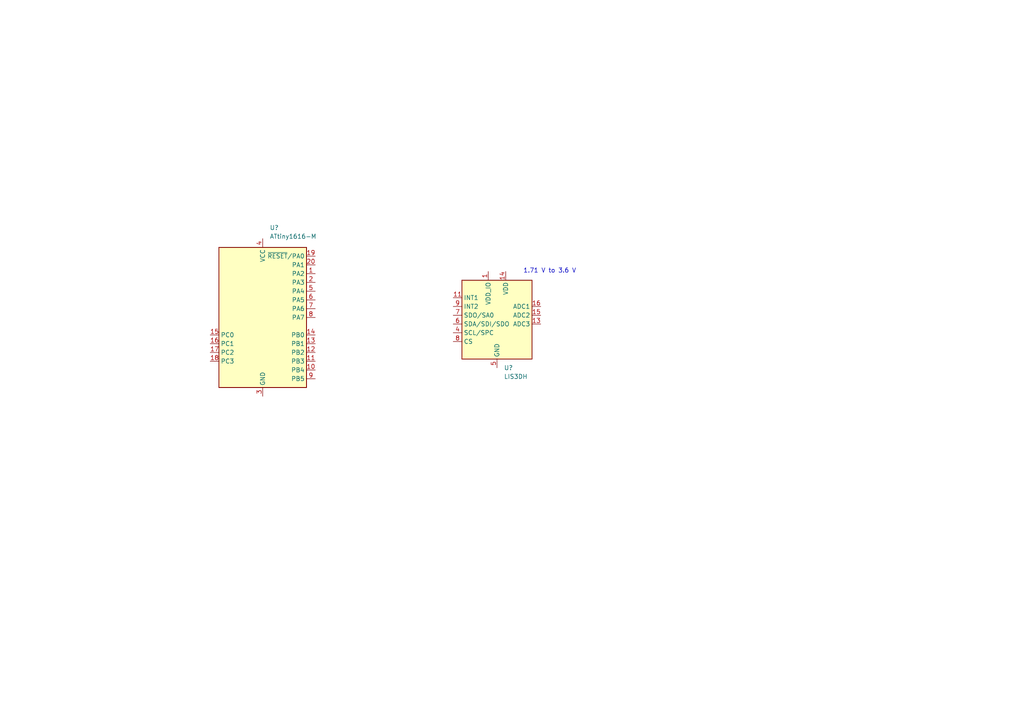
<source format=kicad_sch>
(kicad_sch (version 20211123) (generator eeschema)
  (paper "A4")
  (title_block (title "<<ID>>_<<project_name>>") (date "<<date>>") (rev "<<version>>") (comment 4 "<<hash>>"))
  (lib_symbols
    (symbol "MCU_Microchip_ATtiny:ATtiny1616-M"
      (property "Reference" "U" (at -12.7 21.59 0))
      (property "Value" "ATtiny1616-M" (at 2.54 -21.59 0))
      (symbol "ATtiny1616-M_0_1"
        (rectangle (start -12.7 -20.32) (end 12.7 20.32) (stroke (width 0.254)) (fill (type background)))
      )
      (symbol "ATtiny1616-M_1_1"
        (pin bidirectional line (at 15.24 12.7 180) (length 2.54) (name "PA2") (number "1"))
        (pin bidirectional line (at 15.24 -15.24 180) (length 2.54) (name "PB4") (number "10"))
        (pin bidirectional line (at 15.24 -12.7 180) (length 2.54) (name "PB3") (number "11"))
        (pin bidirectional line (at 15.24 -10.16 180) (length 2.54) (name "PB2") (number "12"))
        (pin bidirectional line (at 15.24 -7.62 180) (length 2.54) (name "PB1") (number "13"))
        (pin bidirectional line (at 15.24 -5.08 180) (length 2.54) (name "PB0") (number "14"))
        (pin bidirectional line (at -15.24 -5.08 0) (length 2.54) (name "PC0") (number "15"))
        (pin bidirectional line (at -15.24 -7.62 0) (length 2.54) (name "PC1") (number "16"))
        (pin bidirectional line (at -15.24 -10.16 0) (length 2.54) (name "PC2") (number "17"))
        (pin bidirectional line (at -15.24 -12.7 0) (length 2.54) (name "PC3") (number "18"))
        (pin bidirectional line (at 15.24 17.78 180) (length 2.54) (name "~{RESET}/PA0") (number "19"))
        (pin bidirectional line (at 15.24 10.16 180) (length 2.54) (name "PA3") (number "2"))
        (pin bidirectional line (at 15.24 15.24 180) (length 2.54) (name "PA1") (number "20"))
        (pin passive line (at 0 -22.86 90) (length 2.54) hide (name "GND") (number "21"))
        (pin power_in line (at 0 -22.86 90) (length 2.54) (name "GND") (number "3"))
        (pin power_in line (at 0 22.86 270) (length 2.54) (name "VCC") (number "4"))
        (pin bidirectional line (at 15.24 7.62 180) (length 2.54) (name "PA4") (number "5"))
        (pin bidirectional line (at 15.24 5.08 180) (length 2.54) (name "PA5") (number "6"))
        (pin bidirectional line (at 15.24 2.54 180) (length 2.54) (name "PA6") (number "7"))
        (pin bidirectional line (at 15.24 0 180) (length 2.54) (name "PA7") (number "8"))
        (pin bidirectional line (at 15.24 -17.78 180) (length 2.54) (name "PB5") (number "9"))
      )
    )
    (symbol "Sensor_Motion:LIS3DH"
      (property "Reference" "U" (at -7.62 11.43 0))
      (property "Value" "LIS3DH" (at 6.35 11.43 0))
      (symbol "LIS3DH_0_1"
        (rectangle (start -10.16 10.16) (end 10.16 -12.7) (stroke (width 0.254)) (fill (type background)))
      )
      (symbol "LIS3DH_1_1"
        (pin power_in line (at -2.54 12.7 270) (length 2.54) (name "VDD_IO") (number "1"))
        (pin passive line (at 0 -15.24 90) (length 2.54) hide (name "GND") (number "10"))
        (pin output line (at -12.7 5.08 0) (length 2.54) (name "INT1") (number "11"))
        (pin passive line (at 0 -15.24 90) (length 2.54) hide (name "GND") (number "12"))
        (pin input line (at 12.7 -2.54 180) (length 2.54) (name "ADC3") (number "13"))
        (pin power_in line (at 2.54 12.7 270) (length 2.54) (name "VDD") (number "14"))
        (pin input line (at 12.7 0 180) (length 2.54) (name "ADC2") (number "15"))
        (pin input line (at 12.7 2.54 180) (length 2.54) (name "ADC1") (number "16"))
        (pin no_connect line (at 10.16 5.08 180) (length 2.54) hide (name "NC") (number "2"))
        (pin no_connect line (at 10.16 7.62 180) (length 2.54) hide (name "NC") (number "3"))
        (pin input line (at -12.7 -5.08 0) (length 2.54) (name "SCL/SPC") (number "4"))
        (pin power_in line (at 0 -15.24 90) (length 2.54) (name "GND") (number "5"))
        (pin bidirectional line (at -12.7 -2.54 0) (length 2.54) (name "SDA/SDI/SDO") (number "6"))
        (pin bidirectional line (at -12.7 0 0) (length 2.54) (name "SDO/SA0") (number "7"))
        (pin input line (at -12.7 -7.62 0) (length 2.54) (name "CS") (number "8"))
        (pin output line (at -12.7 2.54 0) (length 2.54) (name "INT2") (number "9"))
      )
    )
  )
  (text "1.71 V to 3.6 V" (at 151.765 79.375 0) (effects (font (size 1.27 1.27)) (justify left bottom)))
  (symbol (lib_id "Sensor_Motion:LIS3DH") (at 144.145 91.44 0) (unit 1)
    (property "Reference" "U?" (at 146.1644 106.68 0) (effects (justify left)))
    (property "Value" "LIS3DH" (at 146.1644 109.22 0) (effects (justify left)))
    (property "Footprint" "Package_LGA:LGA-16_3x3mm_P0.5mm_LayoutBorder3x5y" (effects hide))
    (property "Datasheet" "https://www.st.com/resource/en/datasheet/cd00274221.pdf" (effects hide))
  )
  (symbol (lib_id "MCU_Microchip_ATtiny:ATtiny1616-M") (at 76.2 92.075 0) (unit 1)
    (property "Reference" "U?" (at 78.2194 66.04 0) (effects (justify left)))
    (property "Value" "ATtiny1616-M" (at 78.2194 68.58 0) (effects (justify left)))
    (property "Footprint" "Package_DFN_QFN:VQFN-20-1EP_3x3mm_P0.4mm_EP1.7x1.7mm" (effects hide))
    (property "Datasheet" "http://ww1.microchip.com/downloads/en/DeviceDoc/ATtiny3216_ATtiny1616-data-sheet-40001997B.pdf" (effects hide))
  )
)
</source>
